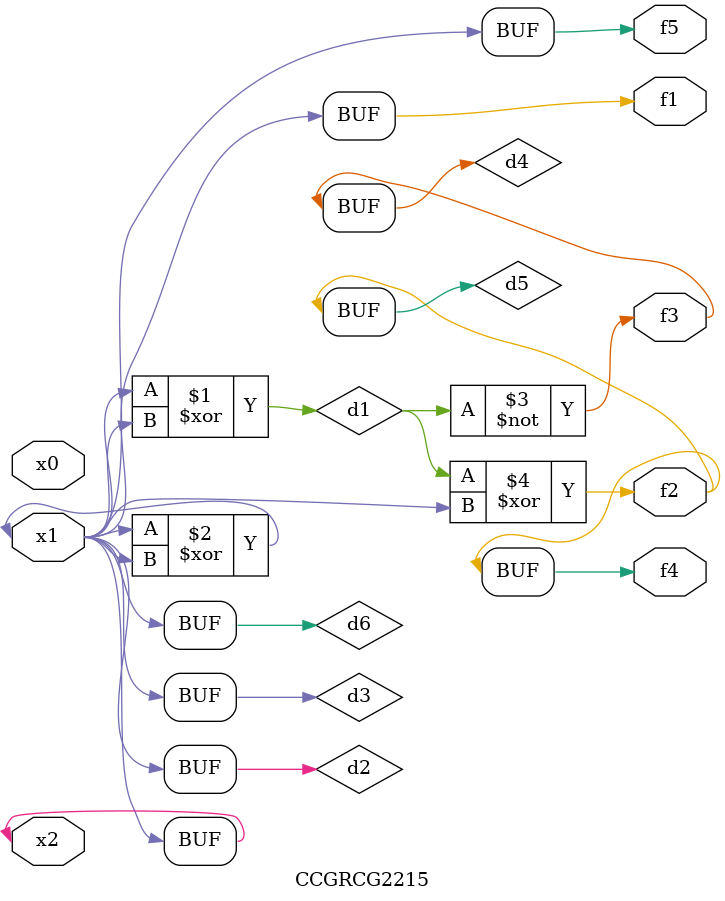
<source format=v>
module CCGRCG2215(
	input x0, x1, x2,
	output f1, f2, f3, f4, f5
);

	wire d1, d2, d3, d4, d5, d6;

	xor (d1, x1, x2);
	buf (d2, x1, x2);
	xor (d3, x1, x2);
	nor (d4, d1);
	xor (d5, d1, d2);
	buf (d6, d2, d3);
	assign f1 = d6;
	assign f2 = d5;
	assign f3 = d4;
	assign f4 = d5;
	assign f5 = d6;
endmodule

</source>
